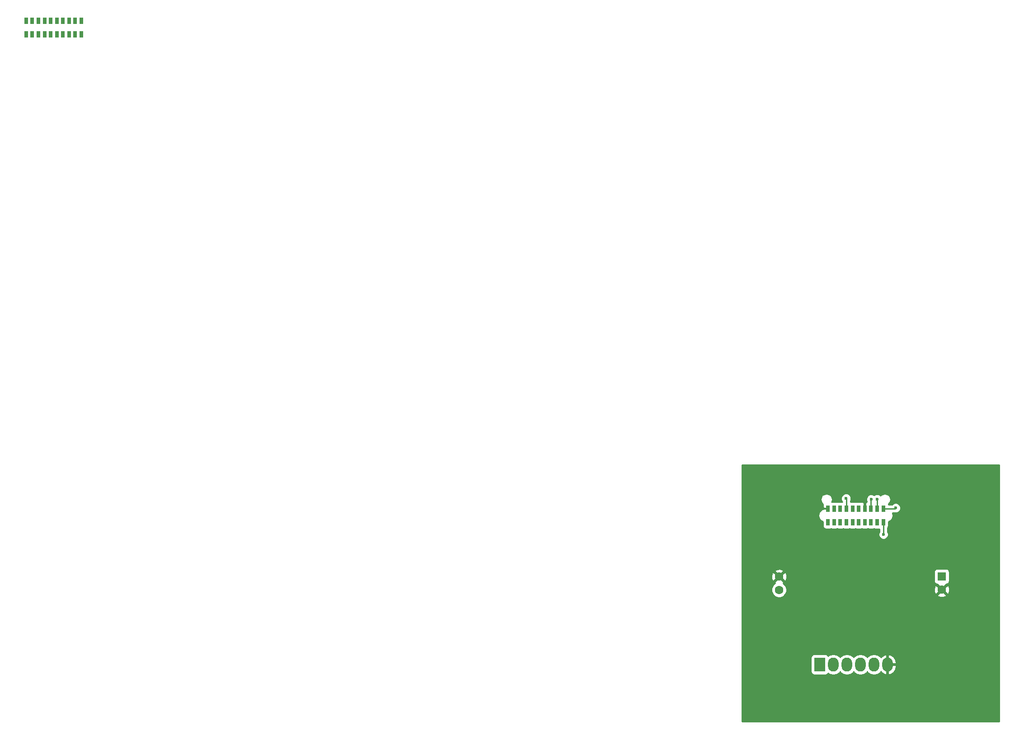
<source format=gbr>
G04 #@! TF.FileFunction,Copper,L2,Bot,Signal*
%FSLAX46Y46*%
G04 Gerber Fmt 4.6, Leading zero omitted, Abs format (unit mm)*
G04 Created by KiCad (PCBNEW 4.0.6) date 07/10/17 20:43:29*
%MOMM*%
%LPD*%
G01*
G04 APERTURE LIST*
%ADD10C,0.100000*%
%ADD11R,0.650000X1.300000*%
%ADD12R,1.600000X1.600000*%
%ADD13C,1.600000*%
%ADD14R,2.000000X2.600000*%
%ADD15O,2.000000X2.600000*%
%ADD16C,0.600000*%
%ADD17C,0.250000*%
%ADD18C,0.254000*%
G04 APERTURE END LIST*
D10*
D11*
X-5175000Y-1250000D03*
X-4025000Y-1250000D03*
X-2875000Y-1250000D03*
X-1725000Y-1250000D03*
X-575000Y-1250000D03*
X575000Y-1250000D03*
X1725000Y-1250000D03*
X2875000Y-1250000D03*
X4025000Y-1250000D03*
X5175000Y-1250000D03*
X5175000Y1250000D03*
X4025000Y1250000D03*
X2875000Y1250000D03*
X1725000Y1250000D03*
X575000Y1250000D03*
X-575000Y1250000D03*
X-1725000Y1250000D03*
X-2875000Y1250000D03*
X-4025000Y1250000D03*
X-5175000Y1250000D03*
D12*
X166370000Y-102870000D03*
D13*
X166370000Y-105370000D03*
X135890000Y-105410000D03*
X135890000Y-102910000D03*
D14*
X143510000Y-119380000D03*
D15*
X146050000Y-119380000D03*
X148590000Y-119380000D03*
X151130000Y-119380000D03*
X153670000Y-119380000D03*
X156210000Y-119380000D03*
D11*
X145066000Y-92690000D03*
X146216000Y-92690000D03*
X147366000Y-92690000D03*
X148516000Y-92690000D03*
X149666000Y-92690000D03*
X150816000Y-92690000D03*
X151966000Y-92690000D03*
X153116000Y-92690000D03*
X154266000Y-92690000D03*
X155416000Y-92690000D03*
X155416000Y-90190000D03*
X154266000Y-90190000D03*
X153116000Y-90190000D03*
X151966000Y-90190000D03*
X150816000Y-90190000D03*
X149666000Y-90190000D03*
X148516000Y-90190000D03*
X147366000Y-90190000D03*
X146216000Y-90190000D03*
X145066000Y-90190000D03*
D16*
X148463000Y-88265000D03*
X155448000Y-94996000D03*
X157734000Y-90043000D03*
X154305000Y-88392000D03*
X153162000Y-88392000D03*
D17*
X148516000Y-88318000D02*
X148516000Y-90190000D01*
X148516000Y-88318000D02*
X148463000Y-88265000D01*
X155416000Y-92690000D02*
X155416000Y-94964000D01*
X155416000Y-94964000D02*
X155448000Y-94996000D01*
X157587000Y-90190000D02*
X157734000Y-90043000D01*
X155416000Y-90190000D02*
X157587000Y-90190000D01*
X154266000Y-90190000D02*
X154266000Y-88431000D01*
X154266000Y-88431000D02*
X154305000Y-88392000D01*
X153116000Y-90190000D02*
X153116000Y-88438000D01*
X153116000Y-88438000D02*
X153162000Y-88392000D01*
D18*
G36*
X177090000Y-130100000D02*
X128980000Y-130100000D01*
X128980000Y-118080000D01*
X141862560Y-118080000D01*
X141862560Y-120680000D01*
X141906838Y-120915317D01*
X142045910Y-121131441D01*
X142258110Y-121276431D01*
X142510000Y-121327440D01*
X144510000Y-121327440D01*
X144745317Y-121283162D01*
X144961441Y-121144090D01*
X145066951Y-120989671D01*
X145424313Y-121228452D01*
X146050000Y-121352909D01*
X146675687Y-121228452D01*
X147206120Y-120874029D01*
X147320000Y-120703595D01*
X147433880Y-120874029D01*
X147964313Y-121228452D01*
X148590000Y-121352909D01*
X149215687Y-121228452D01*
X149746120Y-120874029D01*
X149860000Y-120703595D01*
X149973880Y-120874029D01*
X150504313Y-121228452D01*
X151130000Y-121352909D01*
X151755687Y-121228452D01*
X152286120Y-120874029D01*
X152400000Y-120703595D01*
X152513880Y-120874029D01*
X153044313Y-121228452D01*
X153670000Y-121352909D01*
X154295687Y-121228452D01*
X154826120Y-120874029D01*
X154953219Y-120683812D01*
X155143683Y-120925922D01*
X155701645Y-121239144D01*
X155829566Y-121270124D01*
X156083000Y-121150777D01*
X156083000Y-119507000D01*
X156337000Y-119507000D01*
X156337000Y-121150777D01*
X156590434Y-121270124D01*
X156718355Y-121239144D01*
X157276317Y-120925922D01*
X157671942Y-120423020D01*
X157845000Y-119807000D01*
X157845000Y-119507000D01*
X156337000Y-119507000D01*
X156083000Y-119507000D01*
X156063000Y-119507000D01*
X156063000Y-119253000D01*
X156083000Y-119253000D01*
X156083000Y-117609223D01*
X156337000Y-117609223D01*
X156337000Y-119253000D01*
X157845000Y-119253000D01*
X157845000Y-118953000D01*
X157671942Y-118336980D01*
X157276317Y-117834078D01*
X156718355Y-117520856D01*
X156590434Y-117489876D01*
X156337000Y-117609223D01*
X156083000Y-117609223D01*
X155829566Y-117489876D01*
X155701645Y-117520856D01*
X155143683Y-117834078D01*
X154953219Y-118076188D01*
X154826120Y-117885971D01*
X154295687Y-117531548D01*
X153670000Y-117407091D01*
X153044313Y-117531548D01*
X152513880Y-117885971D01*
X152400000Y-118056405D01*
X152286120Y-117885971D01*
X151755687Y-117531548D01*
X151130000Y-117407091D01*
X150504313Y-117531548D01*
X149973880Y-117885971D01*
X149860000Y-118056405D01*
X149746120Y-117885971D01*
X149215687Y-117531548D01*
X148590000Y-117407091D01*
X147964313Y-117531548D01*
X147433880Y-117885971D01*
X147320000Y-118056405D01*
X147206120Y-117885971D01*
X146675687Y-117531548D01*
X146050000Y-117407091D01*
X145424313Y-117531548D01*
X145065808Y-117771093D01*
X144974090Y-117628559D01*
X144761890Y-117483569D01*
X144510000Y-117432560D01*
X142510000Y-117432560D01*
X142274683Y-117476838D01*
X142058559Y-117615910D01*
X141913569Y-117828110D01*
X141862560Y-118080000D01*
X128980000Y-118080000D01*
X128980000Y-105694187D01*
X134454752Y-105694187D01*
X134672757Y-106221800D01*
X135076077Y-106625824D01*
X135603309Y-106844750D01*
X136174187Y-106845248D01*
X136701800Y-106627243D01*
X136951733Y-106377745D01*
X165541861Y-106377745D01*
X165615995Y-106623864D01*
X166153223Y-106816965D01*
X166723454Y-106789778D01*
X167124005Y-106623864D01*
X167198139Y-106377745D01*
X166370000Y-105549605D01*
X165541861Y-106377745D01*
X136951733Y-106377745D01*
X137105824Y-106223923D01*
X137324750Y-105696691D01*
X137325224Y-105153223D01*
X164923035Y-105153223D01*
X164950222Y-105723454D01*
X165116136Y-106124005D01*
X165362255Y-106198139D01*
X166190395Y-105370000D01*
X166549605Y-105370000D01*
X167377745Y-106198139D01*
X167623864Y-106124005D01*
X167816965Y-105586777D01*
X167789778Y-105016546D01*
X167623864Y-104615995D01*
X167377745Y-104541861D01*
X166549605Y-105370000D01*
X166190395Y-105370000D01*
X165362255Y-104541861D01*
X165116136Y-104615995D01*
X164923035Y-105153223D01*
X137325224Y-105153223D01*
X137325248Y-105125813D01*
X137107243Y-104598200D01*
X136703923Y-104194176D01*
X136637456Y-104166577D01*
X136644005Y-104163864D01*
X136718139Y-103917745D01*
X135890000Y-103089605D01*
X135061861Y-103917745D01*
X135135995Y-104163864D01*
X135142483Y-104166196D01*
X135078200Y-104192757D01*
X134674176Y-104596077D01*
X134455250Y-105123309D01*
X134454752Y-105694187D01*
X128980000Y-105694187D01*
X128980000Y-102693223D01*
X134443035Y-102693223D01*
X134470222Y-103263454D01*
X134636136Y-103664005D01*
X134882255Y-103738139D01*
X135710395Y-102910000D01*
X136069605Y-102910000D01*
X136897745Y-103738139D01*
X137143864Y-103664005D01*
X137336965Y-103126777D01*
X137309778Y-102556546D01*
X137143864Y-102155995D01*
X136897745Y-102081861D01*
X136069605Y-102910000D01*
X135710395Y-102910000D01*
X134882255Y-102081861D01*
X134636136Y-102155995D01*
X134443035Y-102693223D01*
X128980000Y-102693223D01*
X128980000Y-101902255D01*
X135061861Y-101902255D01*
X135890000Y-102730395D01*
X136550394Y-102070000D01*
X164922560Y-102070000D01*
X164922560Y-103670000D01*
X164966838Y-103905317D01*
X165105910Y-104121441D01*
X165318110Y-104266431D01*
X165556201Y-104314646D01*
X165541861Y-104362255D01*
X166370000Y-105190395D01*
X167198139Y-104362255D01*
X167183855Y-104314833D01*
X167405317Y-104273162D01*
X167621441Y-104134090D01*
X167766431Y-103921890D01*
X167817440Y-103670000D01*
X167817440Y-102070000D01*
X167773162Y-101834683D01*
X167634090Y-101618559D01*
X167421890Y-101473569D01*
X167170000Y-101422560D01*
X165570000Y-101422560D01*
X165334683Y-101466838D01*
X165118559Y-101605910D01*
X164973569Y-101818110D01*
X164922560Y-102070000D01*
X136550394Y-102070000D01*
X136718139Y-101902255D01*
X136644005Y-101656136D01*
X136106777Y-101463035D01*
X135536546Y-101490222D01*
X135135995Y-101656136D01*
X135061861Y-101902255D01*
X128980000Y-101902255D01*
X128980000Y-91440000D01*
X143221115Y-91440000D01*
X143315124Y-91912614D01*
X143582838Y-92313277D01*
X143983501Y-92580991D01*
X144093560Y-92602883D01*
X144093560Y-93340000D01*
X144137838Y-93575317D01*
X144276910Y-93791441D01*
X144489110Y-93936431D01*
X144741000Y-93987440D01*
X145391000Y-93987440D01*
X145626317Y-93943162D01*
X145637979Y-93935658D01*
X145639110Y-93936431D01*
X145891000Y-93987440D01*
X146541000Y-93987440D01*
X146776317Y-93943162D01*
X146787979Y-93935658D01*
X146789110Y-93936431D01*
X147041000Y-93987440D01*
X147691000Y-93987440D01*
X147926317Y-93943162D01*
X147937979Y-93935658D01*
X147939110Y-93936431D01*
X148191000Y-93987440D01*
X148841000Y-93987440D01*
X149076317Y-93943162D01*
X149087979Y-93935658D01*
X149089110Y-93936431D01*
X149341000Y-93987440D01*
X149991000Y-93987440D01*
X150226317Y-93943162D01*
X150237979Y-93935658D01*
X150239110Y-93936431D01*
X150491000Y-93987440D01*
X151141000Y-93987440D01*
X151376317Y-93943162D01*
X151387979Y-93935658D01*
X151389110Y-93936431D01*
X151641000Y-93987440D01*
X152291000Y-93987440D01*
X152526317Y-93943162D01*
X152537979Y-93935658D01*
X152539110Y-93936431D01*
X152791000Y-93987440D01*
X153441000Y-93987440D01*
X153676317Y-93943162D01*
X153687979Y-93935658D01*
X153689110Y-93936431D01*
X153941000Y-93987440D01*
X154591000Y-93987440D01*
X154656000Y-93975209D01*
X154656000Y-94465481D01*
X154655808Y-94465673D01*
X154513162Y-94809201D01*
X154512838Y-95181167D01*
X154654883Y-95524943D01*
X154917673Y-95788192D01*
X155261201Y-95930838D01*
X155633167Y-95931162D01*
X155976943Y-95789117D01*
X156240192Y-95526327D01*
X156382838Y-95182799D01*
X156383162Y-94810833D01*
X156241117Y-94467057D01*
X156176000Y-94401826D01*
X156176000Y-93814669D01*
X156192441Y-93804090D01*
X156337431Y-93591890D01*
X156388440Y-93340000D01*
X156388440Y-92602883D01*
X156498499Y-92580991D01*
X156899162Y-92313277D01*
X157166876Y-91912614D01*
X157260885Y-91440000D01*
X157166876Y-90967386D01*
X157155259Y-90950000D01*
X157480160Y-90950000D01*
X157547201Y-90977838D01*
X157919167Y-90978162D01*
X158262943Y-90836117D01*
X158526192Y-90573327D01*
X158668838Y-90229799D01*
X158669162Y-89857833D01*
X158527117Y-89514057D01*
X158264327Y-89250808D01*
X157920799Y-89108162D01*
X157548833Y-89107838D01*
X157205057Y-89249883D01*
X157024625Y-89430000D01*
X156367742Y-89430000D01*
X156345773Y-89313247D01*
X156504467Y-89207211D01*
X156739665Y-88855212D01*
X156822256Y-88440000D01*
X156739665Y-88024788D01*
X156504467Y-87672789D01*
X156152468Y-87437591D01*
X155737256Y-87355000D01*
X155694744Y-87355000D01*
X155279532Y-87437591D01*
X154927533Y-87672789D01*
X154919773Y-87684402D01*
X154835327Y-87599808D01*
X154491799Y-87457162D01*
X154119833Y-87456838D01*
X153776057Y-87598883D01*
X153733656Y-87641210D01*
X153692327Y-87599808D01*
X153348799Y-87457162D01*
X152976833Y-87456838D01*
X152633057Y-87598883D01*
X152369808Y-87861673D01*
X152227162Y-88205201D01*
X152226838Y-88577167D01*
X152356000Y-88889764D01*
X152356000Y-88905000D01*
X152251750Y-88905000D01*
X152093000Y-89063750D01*
X152093000Y-90063000D01*
X152113000Y-90063000D01*
X152113000Y-90205000D01*
X151819000Y-90205000D01*
X151819000Y-90063000D01*
X151839000Y-90063000D01*
X151839000Y-89063750D01*
X151680250Y-88905000D01*
X151514691Y-88905000D01*
X151403717Y-88950967D01*
X151392890Y-88943569D01*
X151141000Y-88892560D01*
X150491000Y-88892560D01*
X150255683Y-88936838D01*
X150244021Y-88944342D01*
X150242890Y-88943569D01*
X149991000Y-88892560D01*
X149341000Y-88892560D01*
X149276000Y-88904791D01*
X149276000Y-88745216D01*
X149397838Y-88451799D01*
X149398162Y-88079833D01*
X149256117Y-87736057D01*
X148993327Y-87472808D01*
X148649799Y-87330162D01*
X148277833Y-87329838D01*
X147934057Y-87471883D01*
X147670808Y-87734673D01*
X147528162Y-88078201D01*
X147527838Y-88450167D01*
X147669883Y-88793943D01*
X147756000Y-88880210D01*
X147756000Y-88905723D01*
X147691000Y-88892560D01*
X147041000Y-88892560D01*
X146805683Y-88936838D01*
X146794021Y-88944342D01*
X146792890Y-88943569D01*
X146541000Y-88892560D01*
X145891000Y-88892560D01*
X145746549Y-88919740D01*
X145789665Y-88855212D01*
X145872256Y-88440000D01*
X145789665Y-88024788D01*
X145554467Y-87672789D01*
X145202468Y-87437591D01*
X144787256Y-87355000D01*
X144744744Y-87355000D01*
X144329532Y-87437591D01*
X143977533Y-87672789D01*
X143742335Y-88024788D01*
X143659744Y-88440000D01*
X143742335Y-88855212D01*
X143977533Y-89207211D01*
X144145139Y-89319201D01*
X144106000Y-89413690D01*
X144106000Y-89904250D01*
X144264750Y-90063000D01*
X144939000Y-90063000D01*
X144939000Y-90043000D01*
X145193000Y-90043000D01*
X145193000Y-90063000D01*
X145213000Y-90063000D01*
X145213000Y-90205000D01*
X144456115Y-90205000D01*
X143983501Y-90299009D01*
X143582838Y-90566723D01*
X143315124Y-90967386D01*
X143221115Y-91440000D01*
X128980000Y-91440000D01*
X128980000Y-81990000D01*
X177090000Y-81990000D01*
X177090000Y-130100000D01*
X177090000Y-130100000D01*
G37*
X177090000Y-130100000D02*
X128980000Y-130100000D01*
X128980000Y-118080000D01*
X141862560Y-118080000D01*
X141862560Y-120680000D01*
X141906838Y-120915317D01*
X142045910Y-121131441D01*
X142258110Y-121276431D01*
X142510000Y-121327440D01*
X144510000Y-121327440D01*
X144745317Y-121283162D01*
X144961441Y-121144090D01*
X145066951Y-120989671D01*
X145424313Y-121228452D01*
X146050000Y-121352909D01*
X146675687Y-121228452D01*
X147206120Y-120874029D01*
X147320000Y-120703595D01*
X147433880Y-120874029D01*
X147964313Y-121228452D01*
X148590000Y-121352909D01*
X149215687Y-121228452D01*
X149746120Y-120874029D01*
X149860000Y-120703595D01*
X149973880Y-120874029D01*
X150504313Y-121228452D01*
X151130000Y-121352909D01*
X151755687Y-121228452D01*
X152286120Y-120874029D01*
X152400000Y-120703595D01*
X152513880Y-120874029D01*
X153044313Y-121228452D01*
X153670000Y-121352909D01*
X154295687Y-121228452D01*
X154826120Y-120874029D01*
X154953219Y-120683812D01*
X155143683Y-120925922D01*
X155701645Y-121239144D01*
X155829566Y-121270124D01*
X156083000Y-121150777D01*
X156083000Y-119507000D01*
X156337000Y-119507000D01*
X156337000Y-121150777D01*
X156590434Y-121270124D01*
X156718355Y-121239144D01*
X157276317Y-120925922D01*
X157671942Y-120423020D01*
X157845000Y-119807000D01*
X157845000Y-119507000D01*
X156337000Y-119507000D01*
X156083000Y-119507000D01*
X156063000Y-119507000D01*
X156063000Y-119253000D01*
X156083000Y-119253000D01*
X156083000Y-117609223D01*
X156337000Y-117609223D01*
X156337000Y-119253000D01*
X157845000Y-119253000D01*
X157845000Y-118953000D01*
X157671942Y-118336980D01*
X157276317Y-117834078D01*
X156718355Y-117520856D01*
X156590434Y-117489876D01*
X156337000Y-117609223D01*
X156083000Y-117609223D01*
X155829566Y-117489876D01*
X155701645Y-117520856D01*
X155143683Y-117834078D01*
X154953219Y-118076188D01*
X154826120Y-117885971D01*
X154295687Y-117531548D01*
X153670000Y-117407091D01*
X153044313Y-117531548D01*
X152513880Y-117885971D01*
X152400000Y-118056405D01*
X152286120Y-117885971D01*
X151755687Y-117531548D01*
X151130000Y-117407091D01*
X150504313Y-117531548D01*
X149973880Y-117885971D01*
X149860000Y-118056405D01*
X149746120Y-117885971D01*
X149215687Y-117531548D01*
X148590000Y-117407091D01*
X147964313Y-117531548D01*
X147433880Y-117885971D01*
X147320000Y-118056405D01*
X147206120Y-117885971D01*
X146675687Y-117531548D01*
X146050000Y-117407091D01*
X145424313Y-117531548D01*
X145065808Y-117771093D01*
X144974090Y-117628559D01*
X144761890Y-117483569D01*
X144510000Y-117432560D01*
X142510000Y-117432560D01*
X142274683Y-117476838D01*
X142058559Y-117615910D01*
X141913569Y-117828110D01*
X141862560Y-118080000D01*
X128980000Y-118080000D01*
X128980000Y-105694187D01*
X134454752Y-105694187D01*
X134672757Y-106221800D01*
X135076077Y-106625824D01*
X135603309Y-106844750D01*
X136174187Y-106845248D01*
X136701800Y-106627243D01*
X136951733Y-106377745D01*
X165541861Y-106377745D01*
X165615995Y-106623864D01*
X166153223Y-106816965D01*
X166723454Y-106789778D01*
X167124005Y-106623864D01*
X167198139Y-106377745D01*
X166370000Y-105549605D01*
X165541861Y-106377745D01*
X136951733Y-106377745D01*
X137105824Y-106223923D01*
X137324750Y-105696691D01*
X137325224Y-105153223D01*
X164923035Y-105153223D01*
X164950222Y-105723454D01*
X165116136Y-106124005D01*
X165362255Y-106198139D01*
X166190395Y-105370000D01*
X166549605Y-105370000D01*
X167377745Y-106198139D01*
X167623864Y-106124005D01*
X167816965Y-105586777D01*
X167789778Y-105016546D01*
X167623864Y-104615995D01*
X167377745Y-104541861D01*
X166549605Y-105370000D01*
X166190395Y-105370000D01*
X165362255Y-104541861D01*
X165116136Y-104615995D01*
X164923035Y-105153223D01*
X137325224Y-105153223D01*
X137325248Y-105125813D01*
X137107243Y-104598200D01*
X136703923Y-104194176D01*
X136637456Y-104166577D01*
X136644005Y-104163864D01*
X136718139Y-103917745D01*
X135890000Y-103089605D01*
X135061861Y-103917745D01*
X135135995Y-104163864D01*
X135142483Y-104166196D01*
X135078200Y-104192757D01*
X134674176Y-104596077D01*
X134455250Y-105123309D01*
X134454752Y-105694187D01*
X128980000Y-105694187D01*
X128980000Y-102693223D01*
X134443035Y-102693223D01*
X134470222Y-103263454D01*
X134636136Y-103664005D01*
X134882255Y-103738139D01*
X135710395Y-102910000D01*
X136069605Y-102910000D01*
X136897745Y-103738139D01*
X137143864Y-103664005D01*
X137336965Y-103126777D01*
X137309778Y-102556546D01*
X137143864Y-102155995D01*
X136897745Y-102081861D01*
X136069605Y-102910000D01*
X135710395Y-102910000D01*
X134882255Y-102081861D01*
X134636136Y-102155995D01*
X134443035Y-102693223D01*
X128980000Y-102693223D01*
X128980000Y-101902255D01*
X135061861Y-101902255D01*
X135890000Y-102730395D01*
X136550394Y-102070000D01*
X164922560Y-102070000D01*
X164922560Y-103670000D01*
X164966838Y-103905317D01*
X165105910Y-104121441D01*
X165318110Y-104266431D01*
X165556201Y-104314646D01*
X165541861Y-104362255D01*
X166370000Y-105190395D01*
X167198139Y-104362255D01*
X167183855Y-104314833D01*
X167405317Y-104273162D01*
X167621441Y-104134090D01*
X167766431Y-103921890D01*
X167817440Y-103670000D01*
X167817440Y-102070000D01*
X167773162Y-101834683D01*
X167634090Y-101618559D01*
X167421890Y-101473569D01*
X167170000Y-101422560D01*
X165570000Y-101422560D01*
X165334683Y-101466838D01*
X165118559Y-101605910D01*
X164973569Y-101818110D01*
X164922560Y-102070000D01*
X136550394Y-102070000D01*
X136718139Y-101902255D01*
X136644005Y-101656136D01*
X136106777Y-101463035D01*
X135536546Y-101490222D01*
X135135995Y-101656136D01*
X135061861Y-101902255D01*
X128980000Y-101902255D01*
X128980000Y-91440000D01*
X143221115Y-91440000D01*
X143315124Y-91912614D01*
X143582838Y-92313277D01*
X143983501Y-92580991D01*
X144093560Y-92602883D01*
X144093560Y-93340000D01*
X144137838Y-93575317D01*
X144276910Y-93791441D01*
X144489110Y-93936431D01*
X144741000Y-93987440D01*
X145391000Y-93987440D01*
X145626317Y-93943162D01*
X145637979Y-93935658D01*
X145639110Y-93936431D01*
X145891000Y-93987440D01*
X146541000Y-93987440D01*
X146776317Y-93943162D01*
X146787979Y-93935658D01*
X146789110Y-93936431D01*
X147041000Y-93987440D01*
X147691000Y-93987440D01*
X147926317Y-93943162D01*
X147937979Y-93935658D01*
X147939110Y-93936431D01*
X148191000Y-93987440D01*
X148841000Y-93987440D01*
X149076317Y-93943162D01*
X149087979Y-93935658D01*
X149089110Y-93936431D01*
X149341000Y-93987440D01*
X149991000Y-93987440D01*
X150226317Y-93943162D01*
X150237979Y-93935658D01*
X150239110Y-93936431D01*
X150491000Y-93987440D01*
X151141000Y-93987440D01*
X151376317Y-93943162D01*
X151387979Y-93935658D01*
X151389110Y-93936431D01*
X151641000Y-93987440D01*
X152291000Y-93987440D01*
X152526317Y-93943162D01*
X152537979Y-93935658D01*
X152539110Y-93936431D01*
X152791000Y-93987440D01*
X153441000Y-93987440D01*
X153676317Y-93943162D01*
X153687979Y-93935658D01*
X153689110Y-93936431D01*
X153941000Y-93987440D01*
X154591000Y-93987440D01*
X154656000Y-93975209D01*
X154656000Y-94465481D01*
X154655808Y-94465673D01*
X154513162Y-94809201D01*
X154512838Y-95181167D01*
X154654883Y-95524943D01*
X154917673Y-95788192D01*
X155261201Y-95930838D01*
X155633167Y-95931162D01*
X155976943Y-95789117D01*
X156240192Y-95526327D01*
X156382838Y-95182799D01*
X156383162Y-94810833D01*
X156241117Y-94467057D01*
X156176000Y-94401826D01*
X156176000Y-93814669D01*
X156192441Y-93804090D01*
X156337431Y-93591890D01*
X156388440Y-93340000D01*
X156388440Y-92602883D01*
X156498499Y-92580991D01*
X156899162Y-92313277D01*
X157166876Y-91912614D01*
X157260885Y-91440000D01*
X157166876Y-90967386D01*
X157155259Y-90950000D01*
X157480160Y-90950000D01*
X157547201Y-90977838D01*
X157919167Y-90978162D01*
X158262943Y-90836117D01*
X158526192Y-90573327D01*
X158668838Y-90229799D01*
X158669162Y-89857833D01*
X158527117Y-89514057D01*
X158264327Y-89250808D01*
X157920799Y-89108162D01*
X157548833Y-89107838D01*
X157205057Y-89249883D01*
X157024625Y-89430000D01*
X156367742Y-89430000D01*
X156345773Y-89313247D01*
X156504467Y-89207211D01*
X156739665Y-88855212D01*
X156822256Y-88440000D01*
X156739665Y-88024788D01*
X156504467Y-87672789D01*
X156152468Y-87437591D01*
X155737256Y-87355000D01*
X155694744Y-87355000D01*
X155279532Y-87437591D01*
X154927533Y-87672789D01*
X154919773Y-87684402D01*
X154835327Y-87599808D01*
X154491799Y-87457162D01*
X154119833Y-87456838D01*
X153776057Y-87598883D01*
X153733656Y-87641210D01*
X153692327Y-87599808D01*
X153348799Y-87457162D01*
X152976833Y-87456838D01*
X152633057Y-87598883D01*
X152369808Y-87861673D01*
X152227162Y-88205201D01*
X152226838Y-88577167D01*
X152356000Y-88889764D01*
X152356000Y-88905000D01*
X152251750Y-88905000D01*
X152093000Y-89063750D01*
X152093000Y-90063000D01*
X152113000Y-90063000D01*
X152113000Y-90205000D01*
X151819000Y-90205000D01*
X151819000Y-90063000D01*
X151839000Y-90063000D01*
X151839000Y-89063750D01*
X151680250Y-88905000D01*
X151514691Y-88905000D01*
X151403717Y-88950967D01*
X151392890Y-88943569D01*
X151141000Y-88892560D01*
X150491000Y-88892560D01*
X150255683Y-88936838D01*
X150244021Y-88944342D01*
X150242890Y-88943569D01*
X149991000Y-88892560D01*
X149341000Y-88892560D01*
X149276000Y-88904791D01*
X149276000Y-88745216D01*
X149397838Y-88451799D01*
X149398162Y-88079833D01*
X149256117Y-87736057D01*
X148993327Y-87472808D01*
X148649799Y-87330162D01*
X148277833Y-87329838D01*
X147934057Y-87471883D01*
X147670808Y-87734673D01*
X147528162Y-88078201D01*
X147527838Y-88450167D01*
X147669883Y-88793943D01*
X147756000Y-88880210D01*
X147756000Y-88905723D01*
X147691000Y-88892560D01*
X147041000Y-88892560D01*
X146805683Y-88936838D01*
X146794021Y-88944342D01*
X146792890Y-88943569D01*
X146541000Y-88892560D01*
X145891000Y-88892560D01*
X145746549Y-88919740D01*
X145789665Y-88855212D01*
X145872256Y-88440000D01*
X145789665Y-88024788D01*
X145554467Y-87672789D01*
X145202468Y-87437591D01*
X144787256Y-87355000D01*
X144744744Y-87355000D01*
X144329532Y-87437591D01*
X143977533Y-87672789D01*
X143742335Y-88024788D01*
X143659744Y-88440000D01*
X143742335Y-88855212D01*
X143977533Y-89207211D01*
X144145139Y-89319201D01*
X144106000Y-89413690D01*
X144106000Y-89904250D01*
X144264750Y-90063000D01*
X144939000Y-90063000D01*
X144939000Y-90043000D01*
X145193000Y-90043000D01*
X145193000Y-90063000D01*
X145213000Y-90063000D01*
X145213000Y-90205000D01*
X144456115Y-90205000D01*
X143983501Y-90299009D01*
X143582838Y-90566723D01*
X143315124Y-90967386D01*
X143221115Y-91440000D01*
X128980000Y-91440000D01*
X128980000Y-81990000D01*
X177090000Y-81990000D01*
X177090000Y-130100000D01*
M02*

</source>
